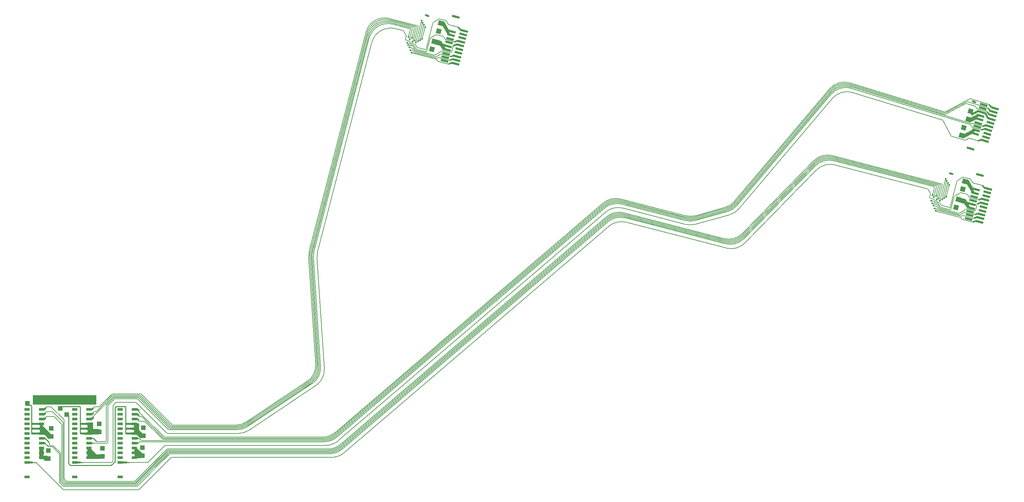
<source format=gbr>
*
G4_C Author: OrCAD GerbTool(tm) 8.1.1 Wed Jun 18 23:47:49 2003*
%LPD*%
%FSLAX34Y34*%
%MOIN*%
%AD*%
%AMD25R98*
20,1,0.025000,0.000000,-0.035000,0.000000,0.035000,98.600000*
%
%AMD10R98*
20,1,0.050000,-0.025000,0.000000,0.025000,0.000000,98.600000*
%
%AMD25R98N2*
20,1,0.025000,0.000000,-0.035000,0.000000,0.035000,98.600000*
%
%AMD10R98N2*
20,1,0.050000,-0.025000,0.000000,0.025000,0.000000,98.600000*
%
%AMD25R86*
20,1,0.025000,0.000000,-0.035000,0.000000,0.035000,86.080000*
%
%AMD10R86*
20,1,0.050000,-0.025000,0.000000,0.025000,0.000000,86.080000*
%
%AMD16R5*
20,1,0.025000,-0.035000,0.000000,0.035000,0.000000,5.450000*
%
%AMD10R5*
20,1,0.050000,-0.025000,0.000000,0.025000,0.000000,5.450000*
%
%AMD16R5N2*
20,1,0.025000,-0.035000,0.000000,0.035000,0.000000,5.450000*
%
%AMD10R5N2*
20,1,0.050000,-0.025000,0.000000,0.025000,0.000000,5.450000*
%
%AMD32R3*
20,1,0.025000,0.034920,-0.002390,-0.034920,0.002390,3.950000*
%
%AMD33R3*
20,1,0.050000,-0.001710,-0.024940,0.001710,0.024940,3.950000*
%
%AMD32R3N2*
20,1,0.025000,0.034920,-0.002390,-0.034920,0.002390,3.910000*
%
%AMD33R3N2*
20,1,0.050000,-0.001710,-0.024940,0.001710,0.024940,3.910000*
%
%AMD32R3N3*
20,1,0.025000,0.034920,-0.002390,-0.034920,0.002390,3.920000*
%
%AMD33R3N3*
20,1,0.050000,-0.001710,-0.024940,0.001710,0.024940,3.920000*
%
%AMD29R80*
20,1,0.022000,0.000000,-0.040000,0.000000,0.040000,80.000000*
%
%AMD54R80*
20,1,0.050000,-0.025000,0.000000,0.025000,0.000000,80.000000*
%
%AMD57R280*
20,1,0.022000,0.039390,-0.006950,-0.039390,0.006950,280.000000*
%
%AMD58R280*
20,1,0.050000,-0.004340,-0.024620,0.004340,0.024620,280.000000*
%
%AMD59R78*
20,1,0.022000,0.000000,-0.040000,0.000000,0.040000,78.000000*
%
%AMD60R78*
20,1,0.050000,-0.025000,0.000000,0.025000,0.000000,78.000000*
%
%AMD29R75*
20,1,0.022000,0.000000,-0.040000,0.000000,0.040000,75.000000*
%
%AMD54R75*
20,1,0.050000,-0.025000,0.000000,0.025000,0.000000,75.000000*
%
%AMD29R73*
20,1,0.022000,0.000000,-0.040000,0.000000,0.040000,73.000000*
%
%AMD54R73*
20,1,0.050000,-0.025000,0.000000,0.025000,0.000000,73.000000*
%
%AMD29R75N2*
20,1,0.022000,0.000000,-0.040000,0.000000,0.040000,75.500000*
%
%AMD54R75N2*
20,1,0.050000,-0.025000,0.000000,0.025000,0.000000,75.500000*
%
%AMD29R75N3*
20,1,0.022000,0.000000,-0.040000,0.000000,0.040000,75.500000*
%
%AMD54R75N3*
20,1,0.050000,-0.025000,0.000000,0.025000,0.000000,75.500000*
%
%AMD29R75N4*
20,1,0.022000,0.000000,-0.040000,0.000000,0.040000,75.500000*
%
%AMD54R75N4*
20,1,0.050000,-0.025000,0.000000,0.025000,0.000000,75.500000*
%
%AMD71R359*
20,1,0.022000,0.038730,-0.010020,-0.038730,0.010020,359.000000*
%
%AMD72R359*
20,1,0.050000,-0.006260,-0.024200,0.006260,0.024200,359.000000*
%
%AMD73R359*
20,1,0.022000,0.038550,-0.010690,-0.038550,0.010690,359.000000*
%
%AMD74R359*
20,1,0.050000,-0.006680,-0.024090,0.006680,0.024090,359.000000*
%
%AMD75R359*
20,1,0.022000,0.038360,-0.011360,-0.038360,0.011360,359.500000*
%
%AMD76R359*
20,1,0.050000,-0.007100,-0.023970,0.007100,0.023970,359.500000*
%
%ADD10R,0.050000X0.050000*%
%ADD11C,0.006000*%
%ADD12C,0.019000*%
%ADD13C,0.007900*%
%ADD14C,0.005000*%
%ADD15C,0.000800*%
%ADD16R,0.070000X0.025000*%
%ADD17R,0.068000X0.023000*%
%ADD18C,0.006000*%
%ADD19C,0.009800*%
%ADD20C,0.010000*%
%ADD21C,0.030000*%
%ADD22C,0.060000*%
%ADD23C,0.035000*%
%ADD24C,0.055000*%
%ADD25R,0.025000X0.070000*%
%ADD26C,0.010000*%
%ADD27R,0.029000X0.058000*%
%ADD28R,0.031000X0.060000*%
%ADD29R,0.022000X0.080000*%
%ADD30R,0.024000X0.082000*%
%ADD31D10R98N2*%
%ADD32D25R86*%
%ADD33D10R86*%
%ADD34D16R5*%
%ADD35D10R5*%
%ADD36D16R5N2*%
%ADD37D10R5N2*%
%ADD38D25R98N2*%
%ADD39D10R98N2*%
%ADD40D25R86*%
%ADD41D10R86*%
%ADD42D16R5*%
%ADD43D10R5*%
%ADD44D16R5N2*%
%ADD45D10R5N2*%
%ADD46D32R3*%
%ADD47D33R3*%
%ADD48R,0.070000X0.025000*%
%ADD49D33R3N2*%
%ADD50C,0.011000*%
%ADD51C,0.036000*%
%ADD52C,0.015000*%
%ADD53R,0.070000X0.025000*%
%ADD54R,0.050000X0.050000*%
%ADD55C,0.010000*%
%ADD56C,0.010000*%
%ADD57D29R80*%
%ADD58D54R80*%
%ADD59R,0.022000X0.080000*%
%ADD60R,0.050000X0.050000*%
%ADD61D59R78*%
%ADD62D60R78*%
%ADD63D29R75*%
%ADD64D54R75*%
%ADD65D29R73*%
%ADD66D54R73*%
%ADD67D29R75N2*%
%ADD68D54R75N2*%
%ADD69D29R75N3*%
%ADD70D54R75N3*%
%ADD71D29R75N4*%
%ADD72D54R75N4*%
%ADD73D71R359*%
%ADD74D72R359*%
%ADD75D73R359*%
%ADD76D74R359*%
%ADD77D75R359*%
%ADD78D76R359*%
%ADD256R,0.058000X0.029000*%
G4_C OrCAD GerbTool Tool List *
G4_D50 1 0.0110 T 0 0*
G4_D51 3 0.0360 T 0 0*
G4_D52 2 0.0150 T 0 0*
G54D20*
G1X11823Y5860D2*
G1X12072Y5859D1*
G1X11822Y5360D2*
G1X12072Y5360D1*
G1X11597Y5360D2*
G54D11*
G1X12210Y5360D1*
G75*
G3X12280Y5388I0J100D1*
G74*
G1X12928Y7589D2*
G75*
G3X12857Y7619I-71J-71D1*
G74*
G1X15352Y4334D2*
G1X13885Y2867D1*
G1X13249Y3389D2*
G75*
G2X13180Y3360I-71J71D1*
G74*
G1X12060Y5860D2*
G1X11597Y5860D1*
G1X12491Y5949D2*
G54D12*
G1X11883Y6557D1*
G1X12489Y6163D2*
G1X11881Y6770D1*
G1X12602Y6243D2*
G1X11994Y6851D1*
G1X11883Y6416D2*
G1X11883Y7276D1*
G1X12073Y6469D2*
G1X12072Y7329D1*
G1X12230Y6469D2*
G1X12230Y7329D1*
G1X11360Y6861D2*
G1X12220Y6861D1*
G1X12806Y6084D2*
G1X12198Y6693D1*
G1X12517Y4285D2*
G1X11909Y4893D1*
G1X12553Y4094D2*
G1X11945Y4702D1*
G1X11945Y3888D2*
G1X11944Y4748D1*
G1X12448Y4011D2*
G1X12098Y4011D1*
G1X12417Y4137D2*
G1X12067Y4137D1*
G1X12405Y4324D2*
G1X12055Y4324D1*
G1X12387Y4407D2*
G1X12037Y4408D1*
G1X6221Y3360D2*
G1X5671Y3360D1*
G1X6518Y3359D2*
G54D20*
G1X6121Y3359D1*
G1X1586Y10056D2*
G54D10*
G1X7660Y10056D1*
G1X7660Y9599D2*
G1X1586Y9599D1*
G1X5244Y3061D2*
G75*
G54D19*
G2X5174Y3090I0J100D1*
G74*
G1X5055Y3209D1*
G75*
G2X5025Y3280I71J71D1*
G74*
G54D54*
G1X4169Y8963D3*
G1X5025Y3280D2*
G54D19*
G1X5025Y8261D1*
G54D54*
G1X4826Y8314D3*
G1X11320Y3361D2*
G54D20*
G1X10923Y3361D1*
G1X11022Y3361D2*
G54D12*
G1X10473Y3361D1*
G1X9533Y3390D2*
G75*
G54D11*
G2X9462Y3361I-71J71D1*
G74*
G1X9591Y3448D2*
G75*
G3X9620Y3518I-71J71D1*
G74*
G1X9620Y9219D1*
G75*
G2X9649Y9290I100J0D1*
G74*
G1X10019Y9169D2*
G75*
G54D19*
G3X9948Y9140I0J-100D1*
G74*
G1X9873Y9064D1*
G1X9844Y8993D2*
G75*
G2X9873Y9064I100J0D1*
G74*
G1X9844Y3501D2*
G1X9844Y8993D1*
G1X9814Y3431D2*
G75*
G3X9844Y3501I-71J71D1*
G74*
G1X9475Y3091D2*
G75*
G2X9404Y3062I-71J71D1*
G74*
G1X7087Y8755D2*
G54D11*
G1X7217Y8860D1*
G1X7088Y8967D1*
G1X7092Y8861D2*
G1X7217Y8860D1*
G1X7086Y8255D2*
G1X7216Y8361D1*
G1X7087Y8467D1*
G1X7091Y8361D2*
G1X7216Y8361D1*
G1X7089Y8966D2*
G1X7213Y8965D1*
G1X7089Y8949D2*
G1X7089Y8794D1*
G1X7220Y8860D2*
G1X7091Y8966D1*
G1X7095Y8860D2*
G1X7220Y8860D1*
G1X7221Y8860D2*
G1X7091Y8753D1*
G1X7073Y8466D2*
G1X7198Y8466D1*
G1X7094Y8361D2*
G1X7219Y8361D1*
G1X7089Y8450D2*
G1X7089Y8296D1*
G1X7089Y8255D2*
G1X7219Y8361D1*
G1X7217Y8361D2*
G1X7088Y8467D1*
G1X7097Y8860D2*
G1X7221Y8860D1*
G1X7089Y7756D2*
G1X7219Y7862D1*
G1X7049Y7967D2*
G1X7174Y7967D1*
G1X7094Y7862D2*
G1X7219Y7862D1*
G1X7089Y7967D1*
G1X7219Y7862D2*
G1X7094Y7862D1*
G1X7021Y5860D2*
G54D20*
G1X7271Y5860D1*
G1X6592Y6861D2*
G54D12*
G1X7452Y6861D1*
G1X7211Y6329D2*
G1X6687Y6329D1*
G1X7102Y6386D2*
G1X7103Y6845D1*
G1X7727Y3963D2*
G1X7053Y3963D1*
G1X7162Y3858D2*
G1X7163Y4317D1*
G1X7270Y6365D2*
G1X7271Y6824D1*
G1X7098Y6941D2*
G1X7099Y7400D1*
G1X7288Y6944D2*
G1X7288Y7403D1*
G1X7099Y7451D2*
G54D20*
G1X7349Y7451D1*
G1X7451Y6945D2*
G54D12*
G1X7450Y7404D1*
G1X7216Y7447D2*
G54D20*
G1X7466Y7447D1*
G1X8449Y3902D2*
G54D12*
G1X7773Y3902D1*
G1X8382Y4089D2*
G1X7707Y4089D1*
G1X7050Y3850D2*
G1X7050Y4309D1*
G1X7846Y4102D2*
G1X7056Y4892D1*
G1X7856Y3868D2*
G1X7066Y4659D1*
G1X7738Y3831D2*
G1X7064Y3831D1*
G1X8346Y3831D2*
G1X7670Y3831D1*
G1X7767Y4087D2*
G1X7091Y4087D1*
G1X7316Y4015D2*
G1X7315Y4474D1*
G1X7146Y4238D2*
G1X7147Y4697D1*
G1X7051Y4303D2*
G1X7051Y4762D1*
G1X6841Y6359D2*
G1X6291Y6359D1*
G1X6838Y6859D2*
G1X6288Y6859D1*
G1X6838Y7361D2*
G1X6288Y7361D1*
G1X1272Y3361D2*
G1X722Y3361D1*
G54D54*
G1X775Y9494D3*
G1X580Y9296D2*
G54D19*
G1X1091Y9296D1*
G75*
G2X1191Y9196I0J-100D1*
G74*
G1X1191Y6359D1*
G1X2072Y5861D2*
G54D20*
G1X2323Y5861D1*
G1X2072Y5361D2*
G1X2322Y5361D1*
G1X1992Y7372D2*
G54D12*
G1X3076Y6287D1*
G1X2153Y6386D2*
G1X2153Y6845D1*
G1X2160Y6734D2*
G1X2159Y7193D1*
G1X2766Y3779D2*
G1X2090Y3780D1*
G1X2778Y3964D2*
G1X2103Y3964D1*
G1X14970Y5981D2*
G75*
G54D11*
G2X14900Y6010I0J100D1*
G74*
G1X14828Y5890D2*
G75*
G3X14898Y5861I71J71D1*
G74*
G1X14817Y5741D2*
G75*
G2X14747Y5770I0J100D1*
G74*
G1X14952Y5092D2*
G1X13249Y3389D1*
G1X15022Y5121D2*
G75*
G3X14952Y5092I0J-100D1*
G74*
G1X15193Y4712D2*
G1X13846Y3366D1*
G1X15263Y4741D2*
G75*
G3X15193Y4712I0J-100D1*
G74*
G1X15251Y4592D2*
G75*
G2X15321Y4621I71J-71D1*
G74*
G1X15378Y4501D2*
G75*
G3X15308Y4472I0J-100D1*
G74*
G1X15370Y4352D2*
G75*
G2X15440Y4381I71J-71D1*
G74*
G1X15445Y4232D2*
G1X14036Y2821D1*
G1X15516Y4261D2*
G75*
G3X15445Y4232I0J-100D1*
G74*
G1X15641Y3852D2*
G75*
G2X15711Y3881I71J-71D1*
G74*
G1X12145Y931D2*
G1X15355Y4144D1*
G1X12075Y902D2*
G75*
G3X12145Y931I0J100D1*
G74*
G1X15370Y4352D2*
G1X12071Y1051D1*
G75*
G2X12001Y1022I-71J71D1*
G74*
G1X12008Y1171D2*
G1X15308Y4472D1*
G1X11938Y1142D2*
G75*
G3X12008Y1171I0J100D1*
G74*
G1X15251Y4592D2*
G1X11951Y1291D1*
G75*
G2X11881Y1262I-71J71D1*
G74*
G1X11893Y1411D2*
G1X15024Y4543D1*
G1X11823Y1382D2*
G75*
G3X11893Y1411I0J100D1*
G74*
G1X9906Y9547D2*
G1X9649Y9290D1*
G1X9976Y9576D2*
G75*
G3X9906Y9547I0J-100D1*
G74*
G1X9754Y9929D2*
G75*
G2X9824Y9958I71J-71D1*
G74*
G1X9682Y10049D2*
G75*
G2X9752Y10078I71J-71D1*
G74*
G1X9618Y10169D2*
G75*
G2X9688Y10198I71J-71D1*
G74*
G1X9561Y10289D2*
G75*
G2X9631Y10318I71J-71D1*
G74*
G1X9504Y10409D2*
G75*
G2X9574Y10438I71J-71D1*
G74*
G1X9504Y10409D2*
G1X8244Y9149D1*
G1X6211Y3360D2*
G1X9462Y3360D1*
G1X9532Y3389D2*
G1X9591Y3448D1*
G1X9462Y3360D2*
G75*
G3X9532Y3389I0J100D1*
G74*
G1X9814Y3431D2*
G54D19*
G1X9474Y3090D1*
G1X9404Y3061D2*
G1X5244Y3061D1*
G1X9474Y3090D2*
G75*
G2X9404Y3061I-71J71D1*
G74*
G1X11823Y1382D2*
G54D11*
G1X4874Y1382D1*
G75*
G2X4804Y1411I0J100D1*
G74*
G1X4775Y1262D2*
G1X11881Y1262D1*
G1X4704Y1291D2*
G75*
G3X4775Y1262I71J71D1*
G74*
G1X11938Y1142D2*
G1X4678Y1142D1*
G75*
G2X4608Y1171I0J100D1*
G74*
G1X4602Y1022D2*
G1X12001Y1022D1*
G1X4532Y1051D2*
G75*
G3X4602Y1022I71J71D1*
G74*
G1X12075Y902D2*
G1X4503Y902D1*
G75*
G2X4433Y931I0J100D1*
G74*
G1X4119Y1245D1*
G75*
G2X4090Y1315I71J71D1*
G74*
G1X4532Y1051D2*
G1X4239Y1344D1*
G75*
G2X4210Y1414I71J71D1*
G74*
G1X4608Y1171D2*
G1X4359Y1420D1*
G75*
G2X4330Y1490I71J71D1*
G74*
G1X4704Y1291D2*
G1X4479Y1518D1*
G75*
G2X4450Y1588I71J71D1*
G74*
G1X4804Y1411D2*
G1X4604Y1611D1*
G75*
G2X4575Y1681I71J71D1*
G74*
G1X4090Y4219D2*
G1X4090Y1315D1*
G1X4061Y4289D2*
G75*
G2X4090Y4219I-71J-71D1*
G74*
G1X4210Y1414D2*
G1X4210Y4269D1*
G75*
G3X4181Y4339I-100J0D1*
G74*
G1X3452Y5069D1*
G1X3381Y5098D2*
G75*
G2X3452Y5069I0J-100D1*
G74*
G1X4330Y1490D2*
G1X4330Y7265D1*
G75*
G3X4301Y7335I-100J0D1*
G74*
G1X4450Y7486D2*
G1X4450Y1588D1*
G1X4421Y7556D2*
G75*
G2X4450Y7486I-71J-71D1*
G74*
G1X4575Y1681D2*
G1X4575Y7718D1*
G75*
G3X4546Y7788I-100J0D1*
G74*
G1X4301Y7335D2*
G1X3549Y8087D1*
G75*
G3X3479Y8116I-71J-71D1*
G74*
G1X3388Y8587D2*
G1X4421Y7556D1*
G1X3318Y8616D2*
G75*
G2X3388Y8587I0J-100D1*
G74*
G1X4546Y7788D2*
G1X3242Y9092D1*
G75*
G3X3172Y9121I-71J-71D1*
G74*
G1X1172Y3360D2*
G54D20*
G1X1669Y3360D1*
G1X11639Y6359D2*
G54D12*
G1X10989Y6359D1*
G1X11637Y6860D2*
G1X10988Y6860D1*
G1X11639Y7359D2*
G1X10990Y7359D1*
G1X13180Y3360D2*
G54D11*
G1X11319Y3360D1*
G1X6242Y6359D2*
G54D19*
G1X6242Y9063D1*
G1X6142Y9163D2*
G1X4141Y9163D1*
G1X6242Y9063D2*
G75*
G3X6142Y9163I-100J0D1*
G74*
G1X4469Y551D2*
G54D11*
G1X1689Y3332D1*
G1X4539Y522D2*
G75*
G2X4469Y551I0J100D1*
G74*
G1X4539Y522D2*
G1X12270Y522D1*
G1X12340Y551D2*
G1X15641Y3852D1*
G1X12270Y522D2*
G75*
G3X12340Y551I0J100D1*
G74*
G1X12280Y5388D2*
G1X12362Y5471D1*
G75*
G2X12433Y5501I71J-70D1*
G74*
G54D256*
G1X11831Y3858D3*
G1X11832Y4359D3*
G1X11830Y4859D3*
G1X11830Y5359D3*
G1X11831Y5858D3*
G1X11831Y6358D3*
G1X11831Y6858D3*
G1X11830Y7359D3*
G1X11830Y7859D3*
G1X11830Y8360D3*
G1X11831Y8860D3*
G1X10362Y8861D3*
G1X10361Y8361D3*
G1X10360Y7860D3*
G1X10360Y7361D3*
G1X10360Y6861D3*
G1X10360Y6360D3*
G1X10361Y5860D3*
G1X10361Y5361D3*
G1X10360Y4860D3*
G1X10361Y4361D3*
G1X10360Y3861D3*
G1X10361Y3361D3*
G1X10359Y1861D3*
G1X12174Y7755D2*
G54D11*
G1X12300Y7756D1*
G1X12114Y7966D2*
G1X12244Y7859D1*
G1X12167Y7816D2*
G1X12293Y7816D1*
G1X12074Y7755D2*
G1X12199Y7755D1*
G1X12170Y7783D2*
G1X12296Y7783D1*
G1X12169Y7814D2*
G1X12299Y7708D1*
G1X12171Y7806D2*
G1X12172Y7914D1*
G1X12119Y7860D2*
G1X12244Y7859D1*
G1X12210Y7860D2*
G75*
G2X12310Y7760I0J-100D1*
G74*
G1X12310Y7705D1*
G1X12244Y7859D2*
G1X12114Y7754D1*
G1X12244Y7859D2*
G1X12120Y7860D1*
G1X12310Y7719D2*
G1X12310Y7663D1*
G1X12333Y7641D2*
G1X12134Y7802D1*
G1X12395Y7619D2*
G75*
G2X12333Y7641I0J101D1*
G74*
G1X12113Y8467D2*
G1X12242Y8360D1*
G1X12112Y8254D1*
G1X12132Y8284D2*
G1X12133Y8438D1*
G1X12170Y8306D2*
G1X12169Y8415D1*
G1X12117Y8361D2*
G1X12242Y8360D1*
G1X12099Y8255D2*
G1X12224Y8256D1*
G1X12173Y8307D2*
G1X12172Y8415D1*
G1X12120Y8361D2*
G1X12245Y8361D1*
G1X12164Y8281D2*
G1X12290Y8281D1*
G1X12116Y8467D2*
G1X12245Y8361D1*
G1X12311Y8261D2*
G1X12311Y8206D1*
G1X12170Y8306D2*
G1X12299Y8201D1*
G1X12135Y8284D2*
G1X12136Y8437D1*
G1X12211Y8360D2*
G75*
G2X12311Y8261I0J-100D1*
G74*
G1X12160Y8316D2*
G1X12285Y8316D1*
G1X12243Y8361D2*
G1X12113Y8254D1*
G1X12312Y8217D2*
G1X12312Y8162D1*
G1X12178Y8334D2*
G1X12308Y8228D1*
G1X12152Y8289D2*
G1X12342Y8135D1*
G75*
G3X12406Y8112I63J79D1*
G74*
G1X12113Y8966D2*
G1X12243Y8860D1*
G1X12113Y8754D1*
G1X12171Y8806D2*
G1X12170Y8914D1*
G1X12119Y8860D2*
G1X12243Y8860D1*
G1X12114Y8755D2*
G1X12239Y8755D1*
G1X12175Y8807D2*
G1X12174Y8915D1*
G1X12153Y8814D2*
G1X12278Y8815D1*
G1X12157Y8776D2*
G1X12281Y8776D1*
G1X12310Y8704D2*
G1X12180Y8810D1*
G1X12212Y8861D2*
G75*
G2X12312Y8761I0J-100D1*
G74*
G1X12185Y8802D2*
G1X12313Y8673D1*
G1X12246Y8861D2*
G1X12116Y8755D1*
G1X12122Y8860D2*
G1X12246Y8861D1*
G1X12247Y8861D2*
G1X12117Y8966D1*
G1X12303Y8745D2*
G1X12173Y8851D1*
G1X12314Y8708D2*
G1X12313Y8653D1*
G1X12288Y8770D2*
G1X12159Y8876D1*
G1X12123Y8860D2*
G1X12247Y8861D1*
G1X14900Y6010D2*
G1X12341Y8568D1*
G1X12312Y8639D2*
G1X12312Y8761D1*
G1X12341Y8568D2*
G75*
G2X12312Y8639I71J71D1*
G74*
G1X12130Y8787D2*
G1X12130Y8910D1*
G1X12314Y8647D2*
G1X12135Y8792D1*
G1X14828Y5890D2*
G1X12636Y8083D1*
G1X12566Y8112D2*
G1X12406Y8112D1*
G1X12636Y8083D2*
G75*
G3X12566Y8112I-71J-71D1*
G74*
G1X14747Y5770D2*
G1X12927Y7590D1*
G1X12857Y7619D2*
G1X12395Y7619D1*
G1X12927Y7590D2*
G75*
G3X12857Y7619I-71J-71D1*
G74*
G1X12027Y7903D2*
G1X12153Y7903D1*
G1X12154Y5361D2*
G54D12*
G1X11804Y5361D1*
G1X12179Y5852D2*
G1X11829Y5852D1*
G1X10941Y6360D2*
G54D19*
G1X10941Y9069D1*
G1X10841Y9169D2*
G1X10019Y9169D1*
G1X10941Y9069D2*
G75*
G3X10841Y9169I-100J0D1*
G74*
G1X12282Y5848D2*
G54D11*
G1X12157Y5848D1*
G1X12352Y5819D2*
G75*
G3X12282Y5848I-70J-71D1*
G74*
G1X12524Y5650D2*
G1X12352Y5819D1*
G1X12594Y5621D2*
G75*
G2X12524Y5650I0J100D1*
G74*
G1X11677Y3886D2*
G54D12*
G1X12437Y3886D1*
G1X11586Y6332D2*
G1X12356Y6332D1*
G1X12229Y7330D2*
G1X11713Y7330D1*
G54D54*
G1X12669Y4040D3*
G1X12668Y4880D3*
G1X12746Y6104D3*
G1X12745Y6944D3*
G54D256*
G1X7142Y3859D3*
G1X7143Y4360D3*
G1X7141Y4860D3*
G1X7141Y5360D3*
G1X7142Y5859D3*
G1X7142Y6359D3*
G1X7142Y6859D3*
G1X7141Y7360D3*
G1X5673Y8861D3*
G1X5672Y8361D3*
G1X5671Y7860D3*
G1X5671Y7361D3*
G1X5671Y6861D3*
G1X5671Y6360D3*
G1X5672Y5860D3*
G1X5672Y5361D3*
G1X5671Y4860D3*
G1X5672Y4361D3*
G1X5671Y3861D3*
G1X5672Y3361D3*
G1X5670Y1861D3*
G1X7427Y8938D2*
G54D11*
G1X7426Y8784D1*
G1X7463Y8914D2*
G1X7464Y8807D1*
G1X7425Y8438D2*
G1X7425Y8283D1*
G1X7462Y8415D2*
G1X7462Y8307D1*
G1X7639Y9097D2*
G1X7461Y8951D1*
G1X7702Y9120D2*
G75*
G3X7639Y9097I0J-101D1*
G74*
G1X7467Y8914D2*
G1X7468Y8806D1*
G1X7446Y8906D2*
G1X7571Y8906D1*
G1X7449Y8945D2*
G1X7574Y8945D1*
G1X7604Y9017D2*
G1X7474Y8911D1*
G1X7606Y8960D2*
G1X7605Y9019D1*
G1X7505Y8860D2*
G75*
G3X7606Y8960I0J100D1*
G74*
G1X7478Y8918D2*
G1X7607Y9048D1*
G1X7431Y8937D2*
G1X7430Y8783D1*
G1X7596Y8976D2*
G1X7466Y8870D1*
G1X7606Y9012D2*
G1X7606Y9068D1*
G1X7581Y8951D2*
G1X7451Y8844D1*
G1X7466Y8414D2*
G1X7465Y8307D1*
G1X7458Y8441D2*
G1X7582Y8440D1*
G1X7605Y8461D2*
G1X7604Y8516D1*
G1X7462Y8415D2*
G1X7593Y8520D1*
G1X7428Y8438D2*
G1X7428Y8284D1*
G1X7504Y8361D2*
G75*
G3X7605Y8461I0J100D1*
G74*
G1X7453Y8406D2*
G1X7578Y8406D1*
G1X7606Y8505D2*
G1X7605Y8559D1*
G1X7471Y8388D2*
G1X7601Y8494D1*
G1X7468Y7966D2*
G1X7593Y7966D1*
G1X7428Y7939D2*
G1X7429Y7784D1*
G1X7461Y7906D2*
G1X7587Y7906D1*
G1X7464Y7939D2*
G1X7589Y7939D1*
G1X7463Y7908D2*
G1X7593Y8014D1*
G1X7466Y7916D2*
G1X7465Y7808D1*
G1X7504Y7862D2*
G75*
G3X7605Y7962I0J100D1*
G74*
G1X7604Y8017D1*
G1X7445Y8433D2*
G1X7635Y8586D1*
G75*
G2X7699Y8610I64J-78D1*
G74*
G54D256*
G1X7141Y8360D3*
G1X7141Y8860D3*
G1X7141Y7859D3*
G1X7702Y9120D2*
G54D11*
G1X8172Y9120D1*
G1X8243Y9149D2*
G1X9424Y10329D1*
G1X8172Y9120D2*
G75*
G3X8243Y9149I0J100D1*
G74*
G1X9561Y10289D2*
G1X7912Y8639D1*
G1X7841Y8610D2*
G1X7699Y8610D1*
G1X7912Y8639D2*
G75*
G2X7841Y8610I-71J71D1*
G74*
G1X7604Y8003D2*
G1X7604Y8113D1*
G1X7633Y8183D2*
G1X9618Y10169D1*
G1X7604Y8113D2*
G75*
G2X7633Y8183I100J0D1*
G74*
G1X7595Y8105D2*
G1X7397Y7944D1*
G1X7582Y8049D2*
G1X7384Y7888D1*
G1X7436Y7777D2*
G1X7566Y7883D1*
G1X7404Y7749D2*
G1X7534Y7855D1*
G1X7441Y8280D2*
G1X7571Y8386D1*
G1X7401Y8247D2*
G1X7531Y8353D1*
G1X7436Y8775D2*
G1X7566Y8881D1*
G1X7407Y8750D2*
G1X7537Y8856D1*
G1X7591Y5360D2*
G54D20*
G1X7021Y5360D1*
G1X7121Y5360D2*
G54D12*
G1X7441Y5360D1*
G1X7451Y6843D2*
G1X7451Y7302D1*
G1X7451Y6801D2*
G1X7451Y6311D1*
G1X7591Y5859D2*
G54D20*
G1X7070Y5859D1*
G1X7146Y5859D2*
G54D12*
G1X7441Y5859D1*
G1X7897Y5554D2*
G54D20*
G1X7593Y5859D1*
G1X7968Y5525D2*
G75*
G54D11*
G2X7897Y5554I0J100D1*
G74*
G1X8838Y5525D2*
G1X7968Y5525D1*
G1X8938Y5625D2*
G75*
G2X8838Y5525I-100J0D1*
G74*
G1X7498Y5359D2*
G1X8988Y5359D1*
G75*
G3X9088Y5459I0J100D1*
G74*
G1X9088Y9222D1*
G1X9117Y9293D2*
G1X9754Y9929D1*
G1X9088Y9222D2*
G75*
G2X9117Y9293I100J0D1*
G74*
G1X8938Y5625D2*
G1X8938Y9264D1*
G1X8967Y9335D2*
G1X9682Y10049D1*
G1X8938Y9264D2*
G75*
G2X8967Y9335I100J0D1*
G74*
G54D54*
G1X8538Y3986D3*
G1X8537Y4826D3*
G1X8116Y6369D2*
G54D12*
G1X7546Y6369D1*
G1X8131Y6552D2*
G1X7561Y6552D1*
G1X8138Y6732D2*
G1X7568Y6732D1*
G54D54*
G1X8207Y6528D3*
G1X8206Y7368D3*
G54D256*
G1X2213Y3857D3*
G1X2214Y4358D3*
G1X2212Y4858D3*
G1X2212Y5358D3*
G1X2213Y5857D3*
G1X2213Y6357D3*
G1X2213Y6857D3*
G1X2212Y7358D3*
G1X743Y8860D3*
G1X742Y8360D3*
G1X741Y7859D3*
G1X741Y7360D3*
G1X741Y6860D3*
G1X741Y6359D3*
G1X742Y5859D3*
G1X742Y5360D3*
G1X741Y4859D3*
G1X742Y4360D3*
G1X741Y3860D3*
G1X742Y3360D3*
G1X741Y1859D3*
G1X2478Y8756D2*
G54D11*
G1X2608Y8862D1*
G1X2479Y8968D1*
G1X2498Y8939D2*
G1X2498Y8785D1*
G1X2536Y8915D2*
G1X2535Y8808D1*
G1X2483Y8862D2*
G1X2608Y8862D1*
G1X2477Y8256D2*
G1X2608Y8362D1*
G1X2477Y8467D1*
G1X2497Y8439D2*
G1X2498Y8284D1*
G1X2535Y8416D2*
G1X2534Y8308D1*
G1X2482Y8362D2*
G1X2608Y8362D1*
G1X2479Y8967D2*
G1X2604Y8967D1*
G1X2480Y8950D2*
G1X2481Y8795D1*
G1X2540Y8915D2*
G1X2539Y8806D1*
G1X2518Y8907D2*
G1X2643Y8907D1*
G1X2521Y8946D2*
G1X2647Y8946D1*
G1X2675Y9018D2*
G1X2546Y8912D1*
G1X2678Y8961D2*
G1X2678Y9020D1*
G1X2577Y8861D2*
G75*
G3X2678Y8961I0J100D1*
G74*
G1X2550Y8919D2*
G1X2679Y9049D1*
G1X2611Y8861D2*
G1X2481Y8967D1*
G1X2486Y8861D2*
G1X2611Y8861D1*
G1X2612Y8861D2*
G1X2482Y8754D1*
G1X2502Y8938D2*
G1X2502Y8784D1*
G1X2669Y8977D2*
G1X2539Y8871D1*
G1X2678Y9013D2*
G1X2678Y9069D1*
G1X2653Y8952D2*
G1X2523Y8845D1*
G1X2464Y8467D2*
G1X2589Y8467D1*
G1X2538Y8415D2*
G1X2537Y8308D1*
G1X2485Y8362D2*
G1X2610Y8362D1*
G1X2529Y8442D2*
G1X2654Y8441D1*
G1X2480Y8451D2*
G1X2481Y8297D1*
G1X2480Y8256D2*
G1X2610Y8362D1*
G1X2676Y8462D2*
G1X2676Y8517D1*
G1X2535Y8416D2*
G1X2665Y8521D1*
G1X2500Y8439D2*
G1X2501Y8285D1*
G1X2576Y8362D2*
G75*
G3X2676Y8462I0J100D1*
G74*
G1X2525Y8407D2*
G1X2651Y8407D1*
G1X2609Y8362D2*
G1X2478Y8467D1*
G1X2677Y8506D2*
G1X2677Y8561D1*
G1X2544Y8389D2*
G1X2674Y8495D1*
G1X2517Y8434D2*
G1X2647Y8540D1*
G1X2487Y8861D2*
G1X2612Y8861D1*
G1X2540Y7967D2*
G1X2666Y7967D1*
G1X2481Y7757D2*
G1X2611Y7863D1*
G1X2500Y7940D2*
G1X2501Y7785D1*
G1X2533Y7907D2*
G1X2659Y7907D1*
G1X2440Y7968D2*
G1X2565Y7968D1*
G1X2536Y7940D2*
G1X2662Y7940D1*
G1X2535Y7909D2*
G1X2665Y8015D1*
G1X2538Y7917D2*
G1X2537Y7809D1*
G1X2485Y7863D2*
G1X2611Y7863D1*
G1X2577Y7863D2*
G75*
G3X2676Y7963I0J100D1*
G74*
G1X2676Y8018D1*
G1X2611Y7863D2*
G1X2480Y7968D1*
G1X2611Y7863D2*
G1X2485Y7863D1*
G1X2675Y8004D2*
G1X2675Y8059D1*
G54D256*
G1X2212Y7858D3*
G1X2212Y8359D3*
G1X2212Y8859D3*
G1X2500Y7921D2*
G54D11*
G1X2711Y8094D1*
G1X2775Y8116D2*
G1X3479Y8116D1*
G1X2711Y8094D2*
G75*
G2X2775Y8116I63J-78D1*
G74*
G1X2576Y8481D2*
G1X2716Y8594D1*
G1X2779Y8616D2*
G1X3318Y8616D1*
G1X2716Y8594D2*
G75*
G2X2779Y8616I63J-78D1*
G74*
G1X2532Y8952D2*
G1X2711Y9099D1*
G1X2775Y9121D2*
G1X3172Y9121D1*
G1X2711Y9099D2*
G75*
G2X2775Y9121I63J-78D1*
G74*
G1X2041Y6860D2*
G54D12*
G1X1237Y6860D1*
G1X2041Y6359D2*
G1X1237Y6359D1*
G1X2041Y7360D2*
G1X1237Y7360D1*
G1X2792Y6307D2*
G1X2117Y6307D1*
G1X2833Y6492D2*
G1X2158Y6492D1*
G1X4061Y4289D2*
G54D11*
G1X3404Y4946D1*
G75*
G3X3334Y4975I-71J-71D1*
G74*
G1X2172Y5361D2*
G54D12*
G1X2552Y5361D1*
G1X2552Y5861D2*
G1X2172Y5861D1*
G1X2579Y5861D2*
G54D19*
G1X3003Y5437D1*
G1X3334Y4975D2*
G54D11*
G1X2998Y4975D1*
G1X2928Y5004D2*
G54D19*
G1X2572Y5360D1*
G1X2998Y4975D2*
G75*
G54D11*
G2X2928Y5004I0J100D1*
G74*
G1X3381Y5098D2*
G1X3117Y5098D1*
G1X3017Y5198D2*
G1X3017Y5435D1*
G1X3117Y5098D2*
G75*
G2X3017Y5198I0J100D1*
G74*
G54D54*
G1X2925Y3751D3*
G1X2924Y4591D3*
G1X3244Y6055D3*
G1X3243Y6895D3*
G1X2988Y6307D2*
G54D12*
G1X2313Y6307D1*
G1X2712Y6638D2*
G1X2162Y6638D1*
G1X2516Y6377D2*
G1X2994Y5900D1*
G1X2583Y6523D2*
G1X3060Y6046D1*
G1X2102Y3822D2*
G1X2102Y4821D1*
G1X2212Y3859D2*
G1X2212Y4821D1*
G1X2329Y3782D2*
G1X2329Y4821D1*
G1X2198Y4073D2*
G1X2675Y3596D1*
G1X15830Y7221D2*
G75*
G54D11*
G2X15689Y7280I0J200D1*
G74*
G1X15732Y7101D2*
G75*
G2X15591Y7160I0J200D1*
G74*
G1X15496Y7040D2*
G75*
G3X15637Y6981I142J142D1*
G74*
G1X15561Y6861D2*
G75*
G2X15420Y6920I0J200D1*
G74*
G1X15321Y6800D2*
G75*
G3X15462Y6741I142J142D1*
G74*
G1X15297Y6361D2*
G75*
G2X15156Y6420I0J200D1*
G74*
G1X9574Y10438D2*
G1X12456Y10438D1*
G1X12598Y10379D2*
G1X15689Y7280D1*
G1X12456Y10438D2*
G75*
G2X12598Y10379I0J-200D1*
G74*
G1X15591Y7160D2*
G1X12499Y10259D1*
G1X12357Y10318D2*
G1X9631Y10318D1*
G1X12499Y10259D2*
G75*
G3X12357Y10318I-142J-141D1*
G74*
G1X9688Y10198D2*
G1X12255Y10198D1*
G1X12397Y10139D2*
G1X15496Y7040D1*
G1X12255Y10198D2*
G75*
G2X12397Y10139I0J-200D1*
G74*
G1X15420Y6920D2*
G1X12321Y10019D1*
G1X12179Y10078D2*
G1X9752Y10078D1*
G1X12321Y10019D2*
G75*
G3X12179Y10078I-142J-142D1*
G74*
G1X15321Y6800D2*
G1X12222Y9899D1*
G1X12080Y9958D2*
G1X9824Y9958D1*
G1X12222Y9899D2*
G75*
G3X12080Y9958I-142J-142D1*
G74*
G1X9976Y9576D2*
G1X11919Y9576D1*
G1X12060Y9517D2*
G1X15156Y6420D1*
G1X11919Y9576D2*
G75*
G2X12060Y9517I0J-200D1*
G74*
G1X73920Y30413D2*
G75*
G2X72931Y29777I-1532J1294D1*
G74*
G1X69915Y28935D1*
G75*
G2X68876Y28925I-539J1929D1*
G74*
G1X68877Y28801D2*
G75*
G3X69916Y28811I499J1931D1*
G74*
G1X72999Y29672D1*
G75*
G3X73988Y30307I-544J1947D1*
G74*
G1X74056Y30202D2*
G75*
G2X73067Y29566I-1532J1294D1*
G74*
G1X69917Y28687D1*
G75*
G2X68879Y28677I-539J1929D1*
G74*
G1X68879Y28553D2*
G75*
G3X69918Y28563I499J1930D1*
G74*
G1X73134Y29460D1*
G75*
G3X74124Y30096I-544J1947D1*
G74*
G1X74191Y29990D2*
G75*
G2X73202Y29355I-1532J1294D1*
G74*
G1X69919Y28438D1*
G75*
G2X68881Y28428I-539J1929D1*
G74*
G1X68880Y28034D2*
G75*
G3X69919Y28044I499J1930D1*
G74*
G1X73417Y29020D1*
G75*
G3X74407Y29656I-544J1947D1*
G74*
G1X74772Y27092D2*
G75*
G2X72843Y26555I-1430J1402D1*
G74*
G1X72880Y26421D2*
G75*
G3X74810Y26958I502J1944D1*
G74*
G1X74847Y26825D2*
G75*
G2X72917Y26288I-1430J1400D1*
G74*
G1X72954Y26154D2*
G75*
G3X74884Y26691I502J1944D1*
G74*
G1X74921Y26557D2*
G75*
G2X72991Y26020I-1430J1402D1*
G74*
G1X73083Y25571D2*
G75*
G3X75013Y26108I502J1945D1*
G74*
G1X68876Y28925D2*
G1X62165Y30661D1*
G75*
G3X60362Y30243I-501J-1939D1*
G74*
G1X62195Y30529D2*
G1X68877Y28801D1*
G1X60392Y30112D2*
G75*
G2X62195Y30529I1303J-1519D1*
G74*
G1X68879Y28677D2*
G1X62225Y30397D1*
G75*
G3X60423Y29980I-501J-1939D1*
G74*
G1X62257Y30265D2*
G1X68879Y28553D1*
G1X60455Y29848D2*
G75*
G2X62257Y30265I1303J-1519D1*
G74*
G1X68881Y28428D2*
G1X62287Y30134D1*
G75*
G3X60485Y29716I-501J-1939D1*
G74*
G1X62384Y29714D2*
G1X68880Y28034D1*
G1X60582Y29296D2*
G75*
G2X62384Y29714I1303J-1519D1*
G74*
G1X72843Y26555D2*
G1X62496Y29231D1*
G75*
G3X60694Y28813I-501J-1939D1*
G74*
G1X62526Y29099D2*
G1X72880Y26421D1*
G1X60724Y28681D2*
G75*
G2X62526Y29099I1303J-1519D1*
G74*
G1X72917Y26288D2*
G1X62557Y28967D1*
G75*
G3X60755Y28549I-501J-1939D1*
G74*
G1X62587Y28835D2*
G1X72954Y26154D1*
G1X60785Y28417D2*
G75*
G2X62587Y28835I1303J-1519D1*
G74*
G1X72991Y26020D2*
G1X62618Y28703D1*
G75*
G3X60816Y28285I-501J-1939D1*
G74*
G1X62723Y28250D2*
G1X73083Y25571D1*
G1X60921Y27833D2*
G75*
G2X62723Y28250I1303J-1519D1*
G74*
G1X15711Y3881D2*
G1X32237Y3881D1*
G1X33538Y4363D2*
G1X60921Y27833D1*
G1X32237Y3881D2*
G75*
G3X33538Y4363I0J2003D1*
G74*
G1X60816Y28285D2*
G1X33349Y4743D1*
G1X32047Y4261D2*
G1X15516Y4261D1*
G1X33349Y4743D2*
G75*
G2X32047Y4261I-1302J1517D1*
G74*
G1X15440Y4381D2*
G1X32003Y4381D1*
G1X33304Y4863D2*
G1X60785Y28417D1*
G1X32003Y4381D2*
G75*
G3X33304Y4863I0J2003D1*
G74*
G1X60755Y28549D2*
G1X33260Y4983D1*
G1X31958Y4501D2*
G1X15378Y4501D1*
G1X33260Y4983D2*
G75*
G2X31958Y4501I-1302J1517D1*
G74*
G1X15321Y4621D2*
G1X31914Y4621D1*
G1X33216Y5103D2*
G1X60724Y28681D1*
G1X31914Y4621D2*
G75*
G3X33216Y5103I0J2003D1*
G74*
G1X60694Y28813D2*
G1X33171Y5223D1*
G1X31870Y4741D2*
G1X15263Y4741D1*
G1X33171Y5223D2*
G75*
G2X31870Y4741I-1302J1517D1*
G74*
G1X15022Y5121D2*
G1X31637Y5121D1*
G1X32938Y5603D2*
G1X60582Y29296D1*
G1X31637Y5121D2*
G75*
G3X32938Y5603I0J2003D1*
G74*
G1X60485Y29716D2*
G1X32794Y5983D1*
G1X31493Y5501D2*
G1X12433Y5501D1*
G1X32794Y5983D2*
G75*
G2X31493Y5501I-1302J1517D1*
G74*
G1X12594Y5621D2*
G1X31448Y5621D1*
G1X32750Y6103D2*
G1X60455Y29848D1*
G1X31448Y5621D2*
G75*
G3X32750Y6103I0J2003D1*
G74*
G1X60423Y29980D2*
G1X32706Y6223D1*
G1X31404Y5741D2*
G1X14817Y5741D1*
G1X32706Y6223D2*
G75*
G2X31404Y5741I-1302J1517D1*
G74*
G1X14898Y5861D2*
G1X31360Y5861D1*
G1X32662Y6343D2*
G1X60392Y30112D1*
G1X31360Y5861D2*
G75*
G3X32662Y6343I0J2003D1*
G74*
G1X60362Y30243D2*
G1X32617Y6463D1*
G1X31315Y5981D2*
G1X14970Y5981D1*
G1X32617Y6463D2*
G75*
G2X31315Y5981I-1302J1517D1*
G74*
G1X15830Y7221D2*
G1X22315Y7221D1*
G75*
G3X23425Y7558I0J2011D1*
G74*
G1X22352Y7101D2*
G1X15732Y7101D1*
G1X23462Y7438D2*
G75*
G2X22352Y7101I-1110J1664D1*
G74*
G1X15637Y6981D2*
G1X22388Y6981D1*
G75*
G3X23498Y7318I0J2011D1*
G74*
G1X22424Y6861D2*
G1X15561Y6861D1*
G1X23534Y7198D2*
G75*
G2X22424Y6861I-1110J1664D1*
G74*
G1X15462Y6741D2*
G1X22461Y6741D1*
G75*
G3X23570Y7078I0J2011D1*
G74*
G1X15297Y6361D2*
G1X22576Y6361D1*
G75*
G3X23685Y6698I0J2011D1*
G74*
G1X23425Y7558D2*
G1X29709Y11748D1*
G75*
G3X30595Y13541I-1116J1673D1*
G74*
G1X29833Y11688D2*
G1X23462Y7438D1*
G1X30719Y13481D2*
G75*
G2X29833Y11688I-1988J-130D1*
G74*
G1X23498Y7318D2*
G1X29957Y11626D1*
G75*
G3X30844Y13419I-1116J1673D1*
G74*
G1X30082Y11564D2*
G1X23534Y7198D1*
G1X30968Y13357D2*
G75*
G2X30082Y11564I-1988J-130D1*
G74*
G1X23570Y7078D2*
G1X30206Y11503D1*
G75*
G3X31092Y13296I-1116J1673D1*
G74*
G1X30599Y11309D2*
G1X23685Y6698D1*
G1X31485Y13102D2*
G75*
G2X30599Y11309I-1988J-130D1*
G74*
G1X31485Y13102D2*
G1X30743Y24575D1*
G75*
G2X30803Y25205I1998J130D1*
G74*
G1X30360Y24612D2*
G1X31092Y13296D1*
G1X30420Y25242D2*
G75*
G3X30360Y24612I1968J-508D1*
G74*
G1X30968Y13357D2*
G1X30239Y24624D1*
G75*
G2X30299Y25254I1998J130D1*
G74*
G1X30118Y24635D2*
G1X30844Y13419D1*
G1X30178Y25265D2*
G75*
G3X30118Y24635I1968J-508D1*
G74*
G1X30719Y13481D2*
G1X29997Y24647D1*
G75*
G2X30057Y25277I1999J130D1*
G74*
G1X29876Y24658D2*
G1X30595Y13541D1*
G1X29936Y25288D2*
G75*
G3X29876Y24658I1968J-508D1*
G74*
G1X98408Y37469D2*
G54D12*
G1X98037Y37272D1*
G1X98111Y37307D2*
G1X97740Y37110D1*
G1X97985Y37238D2*
G1X97614Y37040D1*
G1X98420Y37652D2*
G1X98049Y37455D1*
G1X98760Y37762D2*
G1X98389Y37565D1*
G1X98701Y37801D2*
G1X98330Y37604D1*
G1X98281Y36951D2*
G75*
G54D11*
G3X98205Y36944I-29J-96D1*
G74*
G1X99133Y39284D2*
G54D12*
G1X98762Y39087D1*
G1X98929Y39032D2*
G1X98558Y38835D1*
G1X98693Y38909D2*
G1X98323Y38712D1*
G1X99060Y39326D2*
G1X98690Y39129D1*
G1X99071Y39317D2*
G1X98700Y39120D1*
G1X98801Y39183D2*
G1X98430Y38986D1*
G1X98669Y39051D2*
G1X98298Y38854D1*
G1X98660Y39111D2*
G1X98289Y38914D1*
G1X99049Y40013D2*
G75*
G54D11*
G2X98989Y40062I29J96D1*
G74*
G1X98898Y40235D1*
G75*
G3X98839Y40284I-89J-47D1*
G74*
G1X98518Y38116D2*
G75*
G2X98459Y38165I29J96D1*
G74*
G1X99442Y38243D2*
G1X98644Y38487D1*
G1X98567Y38480D2*
G1X98512Y38452D1*
G1X98644Y38487D2*
G75*
G3X98567Y38480I-29J-96D1*
G74*
G1X97837Y36750D2*
G1X98205Y36944D1*
G1X97760Y36742D2*
G75*
G3X97837Y36750I29J96D1*
G74*
G1X99175Y39772D2*
G54D12*
G1X98804Y39575D1*
G1X98976Y39667D2*
G1X98605Y39470D1*
G1X98601Y39469D2*
G1X98404Y39839D1*
G54D77*
G1X99855Y36676D3*
G1X99970Y37053D3*
G1X100085Y37429D3*
G1X100201Y37806D3*
G1X100316Y38182D3*
G1X100431Y38560D3*
G1X100546Y38935D3*
G1X100661Y39312D3*
G1X100776Y39688D3*
G1X100891Y40064D3*
G1X98363Y35899D3*
G1X98823Y37404D3*
G1X98938Y37780D3*
G1X99053Y38156D3*
G1X99168Y38533D3*
G1X99283Y38910D3*
G1X99398Y39286D3*
G1X99513Y39663D3*
G1X99628Y40038D3*
G1X99744Y40415D3*
G1X99747Y37857D2*
G54D11*
G1X99627Y37893D1*
G1X99597Y37870D2*
G1X99752Y37933D1*
G1X99619Y37889D2*
G1X99774Y37953D1*
G1X99593Y37888D2*
G1X99576Y37830D1*
G1X99726Y37890D2*
G1X99566Y37804D1*
G1X99614Y37804D2*
G1X99667Y37826D1*
G1X99546Y37802D2*
G75*
G3X99614Y37804I30J97D1*
G74*
G1X99616Y37804D2*
G1X99734Y37853D1*
G1X99548Y37801D2*
G75*
G3X99616Y37804I29J96D1*
G74*
G1X99515Y37812D2*
G1X99670Y37876D1*
G1X100155Y39675D2*
G1X99049Y40013D1*
G1X99057Y38361D2*
G1X99694Y38166D1*
G1X98518Y38116D2*
G1X99579Y37792D1*
G1X99507Y37818D2*
G1X99660Y37876D1*
G1X99816Y37841D2*
G1X99696Y37877D1*
G1X99686Y37937D2*
G1X99842Y38000D1*
G1X99801Y37962D2*
G1X99779Y37891D1*
G1X99590Y37897D2*
G1X99745Y37961D1*
G1X99447Y37839D2*
G1X99602Y37903D1*
G1X99862Y38232D2*
G1X99742Y38269D1*
G1X99712Y38246D2*
G1X99867Y38309D1*
G1X99734Y38265D2*
G1X99889Y38328D1*
G1X99708Y38264D2*
G1X99690Y38206D1*
G1X99841Y38266D2*
G1X99681Y38180D1*
G1X99728Y38180D2*
G1X99782Y38202D1*
G1X99661Y38178D2*
G75*
G3X99728Y38180I30J97D1*
G74*
G1X99731Y38180D2*
G1X99849Y38229D1*
G1X99663Y38177D2*
G75*
G3X99731Y38180I29J96D1*
G74*
G1X99629Y38188D2*
G1X99785Y38252D1*
G1X99622Y38194D2*
G1X99775Y38251D1*
G1X99931Y38216D2*
G1X99811Y38253D1*
G1X99801Y38312D2*
G1X99957Y38376D1*
G1X99916Y38338D2*
G1X99894Y38267D1*
G1X99705Y38273D2*
G1X99860Y38336D1*
G1X99562Y38215D2*
G1X99717Y38279D1*
G1X100372Y39901D2*
G1X100252Y39938D1*
G1X100240Y39974D2*
G1X100334Y39834D1*
G1X100247Y39945D2*
G1X100341Y39806D1*
G1X100227Y39961D2*
G1X100245Y40018D1*
G1X100336Y39885D2*
G1X100252Y40045D1*
G1X100291Y40019D2*
G1X100323Y39970D1*
G1X100236Y40059D2*
G75*
G2X100291Y40019I-30J-97D1*
G74*
G1X100292Y40017D2*
G1X100363Y39911D1*
G1X100238Y40058D2*
G75*
G2X100292Y40017I-29J-96D1*
G74*
G1X100204Y40067D2*
G1X100297Y39928D1*
G1X100195Y40067D2*
G1X100290Y39933D1*
G1X100438Y39875D2*
G1X100319Y39912D1*
G1X100276Y39869D2*
G1X100369Y39729D1*
G1X100358Y39783D2*
G1X100379Y39854D1*
G1X100219Y39954D2*
G1X100312Y39815D1*
G1X100132Y40083D2*
G1X100226Y39944D1*
G1X100257Y39524D2*
G1X100137Y39561D1*
G1X100125Y39597D2*
G1X100218Y39457D1*
G1X100132Y39569D2*
G1X100225Y39429D1*
G1X100112Y39584D2*
G1X100129Y39642D1*
G1X100221Y39508D2*
G1X100137Y39669D1*
G1X100175Y39642D2*
G1X100208Y39594D1*
G1X100121Y39682D2*
G75*
G2X100175Y39642I-30J-97D1*
G74*
G1X100177Y39641D2*
G1X100248Y39534D1*
G1X100123Y39681D2*
G75*
G2X100177Y39641I-29J-96D1*
G74*
G1X100089Y39690D2*
G1X100182Y39551D1*
G1X100079Y39690D2*
G1X100174Y39557D1*
G1X100323Y39499D2*
G1X100203Y39535D1*
G1X100161Y39492D2*
G1X100254Y39352D1*
G1X100242Y39406D2*
G1X100264Y39477D1*
G1X100103Y39577D2*
G1X100197Y39438D1*
G1X100017Y39706D2*
G1X100111Y39567D1*
G1X100487Y40277D2*
G1X100367Y40313D1*
G1X100355Y40349D2*
G1X100448Y40210D1*
G1X100362Y40321D2*
G1X100456Y40182D1*
G1X100342Y40337D2*
G1X100359Y40394D1*
G1X100451Y40261D2*
G1X100367Y40421D1*
G1X100406Y40395D2*
G1X100438Y40346D1*
G1X100351Y40434D2*
G75*
G2X100406Y40395I-30J-97D1*
G74*
G1X100407Y40393D2*
G1X100478Y40287D1*
G1X100353Y40434D2*
G75*
G2X100407Y40393I-29J-96D1*
G74*
G1X100319Y40443D2*
G1X100412Y40304D1*
G1X100309Y40443D2*
G1X100405Y40309D1*
G1X100553Y40251D2*
G1X100434Y40288D1*
G1X100392Y40244D2*
G1X100485Y40105D1*
G1X100473Y40159D2*
G1X100494Y40230D1*
G1X100334Y40330D2*
G1X100427Y40191D1*
G1X100247Y40459D2*
G1X100341Y40319D1*
G1X99401Y36726D2*
G1X99282Y36763D1*
G1X99251Y36739D2*
G1X99407Y36803D1*
G1X99273Y36759D2*
G1X99428Y36822D1*
G1X99247Y36757D2*
G1X99230Y36700D1*
G1X99381Y36759D2*
G1X99221Y36674D1*
G1X99268Y36674D2*
G1X99322Y36696D1*
G1X99200Y36671D2*
G75*
G3X99268Y36674I30J97D1*
G74*
G1X99270Y36674D2*
G1X99389Y36723D1*
G1X99202Y36671D2*
G75*
G3X99270Y36674I29J96D1*
G74*
G1X99169Y36682D2*
G1X99324Y36745D1*
G1X99161Y36688D2*
G1X99315Y36745D1*
G1X99470Y36710D2*
G1X99351Y36747D1*
G1X99341Y36806D2*
G1X99496Y36870D1*
G1X99455Y36832D2*
G1X99434Y36761D1*
G1X99244Y36768D2*
G1X99400Y36831D1*
G1X99101Y36709D2*
G1X99256Y36773D1*
G1X99233Y36660D2*
G1X98281Y36951D1*
G1X100160Y39037D2*
G54D12*
G1X99894Y39538D1*
G54D78*
G1X97421Y37261D3*
G1X97666Y38065D3*
G1X98130Y38933D3*
G1X98374Y39737D3*
G1X98088Y37477D2*
G54D12*
G1X97592Y37213D1*
G1X97760Y36742D2*
G54D11*
G1X96416Y37152D1*
G75*
G2X96357Y37201I29J96D1*
G74*
G1X95497Y38818D1*
G75*
G3X95439Y38866I-89J-47D1*
G74*
G1X98459Y38165D2*
G1X98367Y38338D1*
G75*
G3X98308Y38386I-89J-47D1*
G74*
G1X95751Y39700D2*
G75*
G2X95676Y39693I-47J89D1*
G74*
G1X95764Y39571D2*
G75*
G2X95688Y39564I-47J89D1*
G74*
G1X95779Y39441D2*
G75*
G2X95704Y39433I-47J89D1*
G74*
G1X95779Y39441D2*
G1X97868Y40550D1*
G1X97944Y40558D2*
G1X98839Y40284D1*
G1X97868Y40550D2*
G75*
G2X97944Y40558I47J-89D1*
G74*
G1X95764Y39571D2*
G1X97944Y40730D1*
G1X98019Y40737D2*
G1X100270Y40049D1*
G1X97944Y40730D2*
G75*
G2X98019Y40737I47J-89D1*
G74*
G1X95751Y39700D2*
G1X98280Y41045D1*
G1X98355Y41052D2*
G1X100386Y40431D1*
G1X98280Y41045D2*
G75*
G2X98355Y41052I47J-89D1*
G74*
G1X98851Y40688D2*
G54D12*
G1X98581Y40771D1*
G1X98535Y39430D2*
G1X98338Y39800D1*
G1X94640Y31825D2*
G75*
G54D11*
G3X94568Y31946I-97J25D1*
G74*
G54D12*
G1X94862Y30589D3*
G1X94761Y29507D2*
G54D11*
G1X94748Y29457D1*
G1X93946Y31683D2*
G75*
G3X93885Y31729I-87J-51D1*
G74*
G1X94200Y31251D2*
G1X93946Y31683D1*
G1X94211Y31175D2*
G75*
G3X94200Y31251I-97J25D1*
G74*
G54D12*
G1X94748Y29456D3*
G1X98499Y31815D2*
G1X98286Y32177D1*
G1X98330Y32109D2*
G1X98117Y32471D1*
G1X98259Y32233D2*
G1X98046Y32595D1*
G1X98223Y31975D2*
G1X98009Y32337D1*
G1X98414Y31652D2*
G1X98201Y32014D1*
G1X98646Y31381D2*
G1X98433Y31743D1*
G1X98576Y31379D2*
G1X98362Y31741D1*
G1X98169Y29888D2*
G1X97956Y30250D1*
G1X98085Y29890D2*
G1X97872Y30252D1*
G1X98099Y29893D2*
G1X97886Y30255D1*
G1X97939Y30148D2*
G1X97726Y30510D1*
G1X97497Y28551D2*
G75*
G54D11*
G2X97436Y28597I25J97D1*
G74*
G1X97798Y29290D2*
G75*
G3X97722Y29280I-25J-97D1*
G74*
G1X97920Y29634D2*
G75*
G2X97996Y29644I51J-87D1*
G74*
G1X98288Y30792D2*
G1X98977Y30614D1*
G1X98226Y30838D2*
G75*
G3X98288Y30792I87J51D1*
G74*
G1X97996Y29644D2*
G1X98767Y29444D1*
G75*
G3X98889Y29516I25J97D1*
G74*
G1X98624Y32332D2*
G75*
G2X98563Y32379I25J97D1*
G74*
G1X97370Y31309D2*
G1X98014Y31142D1*
G1X98076Y31095D2*
G1X98226Y30838D1*
G1X98014Y31142D2*
G75*
G2X98076Y31095I-25J-96D1*
G74*
G1X98563Y32379D2*
G1X98362Y32718D1*
G75*
G3X98302Y32765I-87J-51D1*
G74*
G1X96218Y29544D2*
G75*
G3X96340Y29616I25J97D1*
G74*
G1X97279Y31302D2*
G75*
G2X97355Y31312I51J-86D1*
G74*
G1X96340Y29616D2*
G1X96674Y30909D1*
G1X96720Y30970D2*
G1X97279Y31302D1*
G1X96674Y30909D2*
G75*
G2X96720Y30970I97J-25D1*
G74*
G1X97685Y30592D2*
G54D12*
G1X97279Y30697D1*
G1X97978Y30214D2*
G1X97765Y30575D1*
G1X97541Y30533D2*
G1X97134Y30638D1*
G1X98309Y30177D2*
G1X97903Y30283D1*
G1X95784Y32758D2*
G54D11*
G1X95659Y32274D1*
G1X96035Y32331D2*
G1X95910Y31847D1*
G1X95697Y32420D2*
G1X95201Y30500D1*
G1X96036Y32332D2*
G1X95627Y30751D1*
G54D12*
G1X95840Y30878D3*
G1X95627Y30752D3*
G1X95414Y30627D3*
G1X95200Y30501D3*
G1X95785Y32758D3*
G1X95910Y32544D3*
G1X96036Y32331D3*
G1X96162Y32118D3*
G1X96161Y32118D2*
G54D11*
G1X95840Y30878D1*
G1X94839Y31897D2*
G75*
G3X94767Y32019I-97J25D1*
G74*
G1X95040Y31969D2*
G75*
G3X94968Y32091I-97J25D1*
G74*
G1X95238Y32043D2*
G75*
G3X95167Y32165I-97J25D1*
G74*
G1X95438Y32114D2*
G75*
G3X95366Y32236I-97J25D1*
G74*
G1X95910Y32544D2*
G1X95414Y30626D1*
G54D12*
G1X94568Y30847D3*
G1X94568Y30847D2*
G54D11*
G1X94839Y31897D1*
G1X94606Y30607D2*
G75*
G3X94544Y30653I-87J-51D1*
G74*
G1X94202Y30742D1*
G1X94130Y30864D2*
G1X94211Y31175D1*
G1X94202Y30742D2*
G75*
G2X94130Y30864I25J97D1*
G74*
G54D12*
G1X94442Y31061D3*
G1X94442Y31061D2*
G54D11*
G1X94640Y31825D1*
G1X94862Y30589D2*
G1X95238Y32043D1*
G1X95075Y30715D2*
G1X95437Y32114D1*
G54D12*
G1X95075Y30715D3*
G1X95039Y31969D2*
G54D11*
G1X94781Y30973D1*
G54D12*
G1X94781Y30973D3*
G1X95364Y29979D2*
G75*
G54D11*
G2X95302Y30024I25J97D1*
G74*
G1X96218Y29544D2*
G1X95290Y29784D1*
G75*
G2X95229Y29830I25J97D1*
G74*
G1X95302Y30024D2*
G1X95158Y30270D1*
G75*
G3X95097Y30316I-87J-51D1*
G74*
G54D12*
G1X94525Y29991D3*
G1X95097Y30316D2*
G54D11*
G1X94760Y30403D1*
G1X94699Y30450D2*
G1X94606Y30607D1*
G1X94760Y30403D2*
G75*
G2X94699Y30450I25J97D1*
G74*
G54D12*
G1X94404Y30223D3*
G1X95207Y29682D2*
G75*
G54D11*
G2X95146Y29728I25J97D1*
G74*
G1X94956Y30050D1*
G75*
G3X94896Y30095I-87J-51D1*
G74*
G1X95031Y29479D2*
G75*
G2X94969Y29526I25J97D1*
G74*
G1X94896Y30095D2*
G1X94404Y30223D1*
G1X95229Y29830D2*
G1X95031Y30166D1*
G75*
G3X94971Y30212I-87J-51D1*
G74*
G1X94624Y29676D2*
G1X94630Y29698D1*
G54D12*
G1X94630Y29698D3*
G1X94969Y29526D2*
G54D11*
G1X94933Y29589D1*
G1X94871Y29636D2*
G1X94639Y29696D1*
G1X94933Y29589D2*
G75*
G3X94871Y29636I-87J-50D1*
G74*
G54D12*
G1X94289Y30476D3*
G1X94971Y30212D2*
G54D11*
G1X94685Y30286D1*
G75*
G2X94624Y30333I25J97D1*
G74*
G1X94290Y30476D2*
G1X94545Y30410D1*
G1X94607Y30363D2*
G1X94624Y30333D1*
G1X94545Y30410D2*
G75*
G2X94607Y30363I-25J-98D1*
G74*
G1X95128Y29578D2*
G75*
G2X95066Y29624I25J97D1*
G74*
G1X94930Y29856D1*
G1X94869Y29902D2*
G1X94525Y29991D1*
G1X94930Y29856D2*
G75*
G3X94869Y29902I-87J-51D1*
G74*
G1X95207Y29682D2*
G1X97112Y29190D1*
G1X97187Y29200D2*
G1X97920Y29634D1*
G1X97112Y29190D2*
G75*
G3X97187Y29200I25J97D1*
G74*
G1X97722Y29280D2*
G1X97318Y29041D1*
G1X97243Y29031D2*
G1X95128Y29578D1*
G1X97318Y29041D2*
G75*
G2X97243Y29031I-51J87D1*
G74*
G1X97436Y28597D2*
G1X97363Y28722D1*
G1X97301Y28768D2*
G1X94741Y29430D1*
G1X97363Y28722D2*
G75*
G3X97301Y28768I-87J-51D1*
G74*
G1X97583Y28941D2*
G75*
G3X97510Y28931I-25J-98D1*
G74*
G1X97432Y28887D1*
G1X97357Y28877D2*
G1X95031Y29479D1*
G1X97432Y28887D2*
G75*
G2X97357Y28877I-50J87D1*
G74*
G1X96154Y29774D2*
G1X95364Y29979D1*
G1X96275Y29846D2*
G75*
G2X96154Y29774I-97J25D1*
G74*
G1X96275Y29846D2*
G1X96972Y32538D1*
G75*
G2X97017Y32598I97J-25D1*
G74*
G54D69*
G1X99310Y28291D3*
G1X99409Y28673D3*
G1X99507Y29054D3*
G1X99605Y29434D3*
G1X99704Y29816D3*
G1X99802Y30196D3*
G1X99901Y30578D3*
G1X100000Y30959D3*
G1X100098Y31340D3*
G1X100197Y31721D3*
G1X98147Y28592D3*
G1X98246Y28973D3*
G1X98344Y29353D3*
G1X98443Y29735D3*
G1X98541Y30116D3*
G1X98640Y30497D3*
G1X98738Y30878D3*
G1X98837Y31260D3*
G1X98936Y31641D3*
G1X99330Y33164D3*
G1X99782Y31916D2*
G54D11*
G1X99661Y31947D1*
G1X99648Y31983D2*
G1X99747Y31848D1*
G1X99656Y31955D2*
G1X99755Y31820D1*
G1X99635Y31970D2*
G1X99650Y32028D1*
G1X99748Y31898D2*
G1X99656Y32055D1*
G1X99696Y32030D2*
G1X99731Y31983D1*
G1X99640Y32067D2*
G75*
G2X99696Y32030I-25J-98D1*
G74*
G1X99698Y32029D2*
G1X99774Y31925D1*
G1X99642Y32067D2*
G75*
G2X99698Y32029I-25J-97D1*
G74*
G1X99608Y32075D2*
G1X99707Y31940D1*
G1X99598Y32073D2*
G1X99699Y31944D1*
G1X99850Y31893D2*
G1X99729Y31925D1*
G1X99689Y31879D2*
G1X99789Y31744D1*
G1X99773Y31797D2*
G1X99792Y31869D1*
G1X99627Y31962D2*
G1X99726Y31827D1*
G1X99535Y32087D2*
G1X99635Y31952D1*
G1X99443Y30607D2*
G1X99322Y30639D1*
G1X99293Y30614D2*
G1X99445Y30684D1*
G1X99314Y30634D2*
G1X99466Y30705D1*
G1X99288Y30632D2*
G1X99273Y30574D1*
G1X99421Y30640D2*
G1X99265Y30547D1*
G1X99312Y30549D2*
G1X99365Y30574D1*
G1X99245Y30544D2*
G75*
G3X99312Y30549I25J98D1*
G74*
G1X99314Y30550D2*
G1X99431Y30603D1*
G1X99247Y30543D2*
G75*
G3X99314Y30550I25J97D1*
G74*
G1X99213Y30553D2*
G1X99365Y30623D1*
G1X99205Y30558D2*
G1X99356Y30622D1*
G1X99513Y30594D2*
G1X99392Y30626D1*
G1X99379Y30685D2*
G1X99532Y30755D1*
G1X99494Y30715D2*
G1X99475Y30643D1*
G1X99286Y30642D2*
G1X99438Y30712D1*
G1X99145Y30577D2*
G1X99297Y30647D1*
G1X99344Y30226D2*
G1X99223Y30257D1*
G1X99194Y30233D2*
G1X99347Y30303D1*
G1X99215Y30253D2*
G1X99367Y30323D1*
G1X99190Y30250D2*
G1X99175Y30192D1*
G1X99323Y30258D2*
G1X99167Y30165D1*
G1X99214Y30168D2*
G1X99266Y30192D1*
G1X99216Y30168D2*
G1X99332Y30222D1*
G1X99114Y30172D2*
G1X99267Y30242D1*
G1X99106Y30177D2*
G1X99257Y30241D1*
G1X99414Y30213D2*
G1X99293Y30244D1*
G1X99281Y30303D2*
G1X99433Y30373D1*
G1X99394Y30334D2*
G1X99375Y30262D1*
G1X99186Y30261D2*
G1X99338Y30331D1*
G1X99050Y29083D2*
G1X98929Y29114D1*
G1X98900Y29090D2*
G1X99052Y29160D1*
G1X98921Y29110D2*
G1X99073Y29180D1*
G1X98895Y29108D2*
G1X98880Y29050D1*
G1X99028Y29116D2*
G1X98872Y29023D1*
G1X98919Y29025D2*
G1X98972Y29050D1*
G1X98852Y29020D2*
G75*
G3X98919Y29025I25J98D1*
G74*
G1X98921Y29025D2*
G1X99037Y29079D1*
G1X98854Y29019D2*
G75*
G3X98921Y29025I25J97D1*
G74*
G1X98820Y29029D2*
G1X98972Y29099D1*
G1X98812Y29035D2*
G1X98963Y29099D1*
G1X99121Y29070D2*
G1X99000Y29101D1*
G1X98986Y29161D2*
G1X99139Y29231D1*
G1X99100Y29191D2*
G1X99082Y29119D1*
G1X98892Y29118D2*
G1X99045Y29188D1*
G1X98752Y29053D2*
G1X98904Y29123D1*
G1X98953Y28703D2*
G1X98832Y28735D1*
G1X98803Y28710D2*
G1X98955Y28780D1*
G1X98823Y28731D2*
G1X98976Y28801D1*
G1X98798Y28728D2*
G1X98783Y28670D1*
G1X98931Y28736D2*
G1X98775Y28643D1*
G1X98822Y28645D2*
G1X98875Y28670D1*
G1X98754Y28640D2*
G75*
G3X98822Y28645I25J98D1*
G74*
G1X98824Y28646D2*
G1X98940Y28699D1*
G1X98756Y28639D2*
G75*
G3X98824Y28646I25J97D1*
G74*
G1X98723Y28649D2*
G1X98875Y28719D1*
G1X98715Y28654D2*
G1X98866Y28719D1*
G1X99023Y28690D2*
G1X98902Y28722D1*
G1X98888Y28781D2*
G1X99040Y28851D1*
G1X99002Y28811D2*
G1X98984Y28740D1*
G1X98794Y28737D2*
G1X98946Y28807D1*
G1X98653Y28672D2*
G1X98806Y28742D1*
G1X98853Y28320D2*
G1X98732Y28352D1*
G1X98702Y28327D2*
G1X98855Y28397D1*
G1X98723Y28347D2*
G1X98876Y28418D1*
G1X98698Y28345D2*
G1X98683Y28287D1*
G1X98831Y28353D2*
G1X98675Y28260D1*
G1X98722Y28262D2*
G1X98775Y28287D1*
G1X98654Y28257D2*
G75*
G3X98722Y28262I25J98D1*
G74*
G1X98724Y28263D2*
G1X98840Y28316D1*
G1X98656Y28256D2*
G75*
G3X98724Y28263I25J97D1*
G74*
G1X98623Y28266D2*
G1X98775Y28336D1*
G1X98615Y28272D2*
G1X98766Y28336D1*
G1X98923Y28307D2*
G1X98802Y28339D1*
G1X98789Y28398D2*
G1X98941Y28468D1*
G1X98902Y28428D2*
G1X98884Y28357D1*
G1X98695Y28355D2*
G1X98848Y28425D1*
G1X98554Y28290D2*
G1X98707Y28360D1*
G1X98673Y28247D2*
G1X97497Y28551D1*
G1X98773Y28633D2*
G1X97583Y28941D1*
G1X98871Y29013D2*
G1X97798Y29290D1*
G1X99266Y30539D2*
G1X98587Y30715D1*
G1X98889Y29516D2*
G1X99056Y30160D1*
G1X99111Y30225D2*
G1X99198Y30266D1*
G1X99056Y30160D2*
G75*
G2X99111Y30225I96J-25D1*
G74*
G1X99091Y30110D2*
G1X99244Y30181D1*
G1X99044Y30089D2*
G1X99197Y30159D1*
G1X99063Y30125D2*
G1X99216Y30195D1*
G1X99661Y32064D2*
G1X98624Y32332D1*
G1X98321Y30189D2*
G54D12*
G1X97915Y30294D1*
G1X97572Y30305D2*
G1X97165Y30410D1*
G1X97845Y30235D2*
G1X97438Y30340D1*
G1X97701Y30421D2*
G1X97294Y30526D1*
G1X97739Y30312D2*
G1X98053Y29820D1*
G54D70*
G1X96871Y29794D3*
G1X97081Y30608D3*
G1X97554Y31682D3*
G1X97763Y32496D3*
G1X98227Y32140D2*
G54D12*
G1X98014Y32501D1*
G1X97017Y32598D2*
G54D11*
G1X97568Y32924D1*
G1X97643Y32935D2*
G1X98302Y32765D1*
G1X97568Y32924D2*
G75*
G2X97643Y32935I51J-87D1*
G74*
G1X96505Y33253D2*
G54D12*
G1X96231Y33324D1*
G1X40404Y48205D2*
G75*
G54D11*
G3X40332Y48327I-97J25D1*
G74*
G54D12*
G1X40626Y46969D3*
G1X40526Y45888D2*
G54D11*
G1X40513Y45837D1*
G1X39710Y48063D2*
G75*
G3X39649Y48109I-87J-51D1*
G74*
G1X39964Y47632D2*
G1X39710Y48063D1*
G1X39975Y47556D2*
G75*
G3X39964Y47632I-97J25D1*
G74*
G54D12*
G1X40512Y45836D3*
G1X44263Y48195D2*
G1X44050Y48557D1*
G1X44095Y48489D2*
G1X43881Y48851D1*
G1X44024Y48614D2*
G1X43810Y48975D1*
G1X43987Y48356D2*
G1X43774Y48717D1*
G1X44178Y48032D2*
G1X43965Y48394D1*
G1X44411Y47762D2*
G1X44197Y48123D1*
G1X44340Y47759D2*
G1X44126Y48121D1*
G1X43933Y46268D2*
G1X43720Y46630D1*
G1X43849Y46271D2*
G1X43636Y46632D1*
G1X43863Y46273D2*
G1X43650Y46635D1*
G1X43703Y46528D2*
G1X43490Y46890D1*
G1X43261Y44931D2*
G75*
G54D11*
G2X43200Y44977I25J97D1*
G74*
G1X43562Y45670D2*
G75*
G3X43486Y45660I-25J-97D1*
G74*
G1X43684Y46014D2*
G75*
G2X43760Y46024I51J-87D1*
G74*
G1X44052Y47173D2*
G1X44741Y46994D1*
G1X43990Y47218D2*
G75*
G3X44052Y47173I87J51D1*
G74*
G1X43760Y46024D2*
G1X44531Y45825D1*
G75*
G3X44653Y45896I25J97D1*
G74*
G1X44388Y48712D2*
G75*
G2X44327Y48759I25J97D1*
G74*
G1X43134Y47689D2*
G1X43778Y47522D1*
G1X43840Y47475D2*
G1X43990Y47218D1*
G1X43778Y47522D2*
G75*
G2X43840Y47475I-25J-96D1*
G74*
G1X44327Y48759D2*
G1X44126Y49098D1*
G75*
G3X44066Y49145I-87J-51D1*
G74*
G1X41982Y45924D2*
G75*
G3X42104Y45996I25J97D1*
G74*
G1X43043Y47682D2*
G75*
G2X43119Y47693I51J-86D1*
G74*
G1X42104Y45996D2*
G1X42438Y47289D1*
G1X42484Y47350D2*
G1X43043Y47682D1*
G1X42438Y47289D2*
G75*
G2X42484Y47350I97J-25D1*
G74*
G1X43449Y46972D2*
G54D12*
G1X43043Y47077D1*
G1X43742Y46594D2*
G1X43529Y46956D1*
G1X43305Y46913D2*
G1X42898Y47018D1*
G1X44073Y46558D2*
G1X43667Y46663D1*
G1X41548Y49138D2*
G54D11*
G1X41423Y48654D1*
G1X41799Y48712D2*
G1X41674Y48228D1*
G1X41462Y48800D2*
G1X40965Y46880D1*
G1X41800Y48712D2*
G1X41392Y47131D1*
G54D12*
G1X41604Y47258D3*
G1X41391Y47133D3*
G1X41178Y47007D3*
G1X40964Y46881D3*
G1X41549Y49138D3*
G1X41675Y48925D3*
G1X41800Y48711D3*
G1X41926Y48498D3*
G1X41925Y48498D2*
G54D11*
G1X41604Y47258D1*
G1X40603Y48277D2*
G75*
G3X40532Y48399I-97J25D1*
G74*
G1X40804Y48349D2*
G75*
G3X40732Y48471I-97J25D1*
G74*
G1X41003Y48423D2*
G75*
G3X40931Y48545I-97J25D1*
G74*
G1X41202Y48494D2*
G75*
G3X41130Y48616I-97J25D1*
G74*
G1X41675Y48925D2*
G1X41178Y47006D1*
G54D12*
G1X40332Y47227D3*
G1X40332Y47227D2*
G54D11*
G1X40603Y48277D1*
G1X40370Y46988D2*
G75*
G3X40309Y47033I-87J-51D1*
G74*
G1X39966Y47122D1*
G1X39894Y47244D2*
G1X39975Y47556D1*
G1X39966Y47122D2*
G75*
G2X39894Y47244I25J97D1*
G74*
G54D12*
G1X40206Y47441D3*
G1X40206Y47441D2*
G54D11*
G1X40404Y48205D1*
G1X40626Y46969D2*
G1X41003Y48423D1*
G1X40839Y47096D2*
G1X41201Y48495D1*
G54D12*
G1X40839Y47096D3*
G1X40803Y48350D2*
G54D11*
G1X40545Y47353D1*
G54D12*
G1X40545Y47353D3*
G1X41128Y46359D2*
G75*
G54D11*
G2X41066Y46405I25J97D1*
G74*
G1X41982Y45924D2*
G1X41055Y46164D1*
G75*
G2X40993Y46210I25J97D1*
G74*
G1X41066Y46405D2*
G1X40922Y46651D1*
G75*
G3X40861Y46696I-87J-51D1*
G74*
G54D12*
G1X40289Y46371D3*
G1X40861Y46696D2*
G54D11*
G1X40524Y46784D1*
G1X40463Y46830D2*
G1X40370Y46988D1*
G1X40524Y46784D2*
G75*
G2X40463Y46830I25J97D1*
G74*
G54D12*
G1X40168Y46603D3*
G1X40972Y46062D2*
G75*
G54D11*
G2X40910Y46108I25J97D1*
G74*
G1X40721Y46430D1*
G75*
G3X40660Y46476I-87J-51D1*
G74*
G1X40795Y45859D2*
G75*
G2X40733Y45906I25J97D1*
G74*
G1X40660Y46476D2*
G1X40168Y46603D1*
G1X40993Y46210D2*
G1X40795Y46546D1*
G75*
G3X40735Y46593I-87J-51D1*
G74*
G1X40388Y46056D2*
G1X40394Y46079D1*
G54D12*
G1X40394Y46079D3*
G1X40733Y45906D2*
G54D11*
G1X40697Y45969D1*
G1X40635Y46016D2*
G1X40403Y46076D1*
G1X40697Y45969D2*
G75*
G3X40635Y46016I-87J-50D1*
G74*
G54D12*
G1X40053Y46856D3*
G1X40735Y46593D2*
G54D11*
G1X40449Y46667D1*
G75*
G2X40388Y46713I25J97D1*
G74*
G1X40054Y46856D2*
G1X40309Y46791D1*
G1X40371Y46744D2*
G1X40388Y46713D1*
G1X40309Y46791D2*
G75*
G2X40371Y46744I-25J-98D1*
G74*
G1X40892Y45958D2*
G75*
G2X40830Y46004I25J97D1*
G74*
G1X40694Y46236D1*
G1X40633Y46282D2*
G1X40289Y46371D1*
G1X40694Y46236D2*
G75*
G3X40633Y46282I-87J-51D1*
G74*
G1X40972Y46062D2*
G1X42876Y45570D1*
G1X42951Y45581D2*
G1X43684Y46014D1*
G1X42876Y45570D2*
G75*
G3X42951Y45581I25J97D1*
G74*
G1X43486Y45660D2*
G1X43082Y45422D1*
G1X43007Y45411D2*
G1X40892Y45958D1*
G1X43082Y45422D2*
G75*
G2X43007Y45411I-51J87D1*
G74*
G1X43200Y44977D2*
G1X43127Y45102D1*
G1X43065Y45148D2*
G1X40506Y45810D1*
G1X43127Y45102D2*
G75*
G3X43065Y45148I-87J-51D1*
G74*
G1X43348Y45321D2*
G75*
G3X43274Y45311I-25J-98D1*
G74*
G1X43196Y45267D1*
G1X43121Y45258D2*
G1X40795Y45859D1*
G1X43196Y45267D2*
G75*
G2X43121Y45258I-50J87D1*
G74*
G1X41918Y46154D2*
G1X41128Y46359D1*
G1X42040Y46226D2*
G75*
G2X41918Y46154I-97J25D1*
G74*
G1X42040Y46226D2*
G1X42736Y48918D1*
G75*
G2X42781Y48978I97J-25D1*
G74*
G54D67*
G1X45074Y44671D3*
G1X45173Y45053D3*
G1X45271Y45434D3*
G1X45370Y45814D3*
G1X45468Y46196D3*
G1X45567Y46576D3*
G1X45665Y46958D3*
G1X45764Y47339D3*
G1X45863Y47721D3*
G1X45961Y48101D3*
G1X43911Y44972D3*
G1X44010Y45353D3*
G1X44108Y45734D3*
G1X44207Y46115D3*
G1X44305Y46497D3*
G1X44404Y46877D3*
G1X44502Y47258D3*
G1X44601Y47640D3*
G1X44700Y48021D3*
G1X45094Y49544D3*
G1X45547Y48296D2*
G54D11*
G1X45426Y48327D1*
G1X45412Y48363D2*
G1X45511Y48228D1*
G1X45420Y48335D2*
G1X45520Y48200D1*
G1X45399Y48350D2*
G1X45414Y48408D1*
G1X45512Y48278D2*
G1X45420Y48435D1*
G1X45460Y48410D2*
G1X45495Y48363D1*
G1X45404Y48448D2*
G75*
G2X45460Y48410I-25J-98D1*
G74*
G1X45462Y48409D2*
G1X45538Y48306D1*
G1X45406Y48447D2*
G75*
G2X45462Y48409I-25J-97D1*
G74*
G1X45372Y48455D2*
G1X45471Y48320D1*
G1X45362Y48453D2*
G1X45463Y48324D1*
G1X45614Y48274D2*
G1X45493Y48305D1*
G1X45453Y48259D2*
G1X45553Y48124D1*
G1X45538Y48178D2*
G1X45556Y48249D1*
G1X45391Y48342D2*
G1X45491Y48207D1*
G1X45300Y48467D2*
G1X45399Y48332D1*
G1X45207Y46987D2*
G1X45086Y47019D1*
G1X45057Y46994D2*
G1X45209Y47064D1*
G1X45078Y47015D2*
G1X45230Y47085D1*
G1X45052Y47012D2*
G1X45037Y46954D1*
G1X45185Y47020D2*
G1X45029Y46927D1*
G1X45076Y46929D2*
G1X45129Y46954D1*
G1X45009Y46924D2*
G75*
G3X45076Y46929I25J98D1*
G74*
G1X45079Y46930D2*
G1X45195Y46983D1*
G1X45011Y46924D2*
G75*
G3X45079Y46930I25J97D1*
G74*
G1X44977Y46933D2*
G1X45130Y47003D1*
G1X44969Y46938D2*
G1X45120Y47003D1*
G1X45277Y46975D2*
G1X45156Y47006D1*
G1X45143Y47065D2*
G1X45296Y47135D1*
G1X45258Y47095D2*
G1X45239Y47024D1*
G1X45050Y47022D2*
G1X45202Y47092D1*
G1X44909Y46957D2*
G1X45061Y47027D1*
G1X45108Y46606D2*
G1X44987Y46637D1*
G1X44958Y46613D2*
G1X45111Y46683D1*
G1X44979Y46633D2*
G1X45132Y46703D1*
G1X44954Y46631D2*
G1X44939Y46572D1*
G1X45087Y46638D2*
G1X44931Y46546D1*
G1X44978Y46548D2*
G1X45031Y46572D1*
G1X44980Y46548D2*
G1X45096Y46602D1*
G1X44879Y46552D2*
G1X45031Y46622D1*
G1X44871Y46557D2*
G1X45021Y46621D1*
G1X45178Y46593D2*
G1X45057Y46624D1*
G1X45045Y46683D2*
G1X45197Y46753D1*
G1X45158Y46714D2*
G1X45140Y46642D1*
G1X44950Y46641D2*
G1X45102Y46711D1*
G1X44814Y45463D2*
G1X44693Y45495D1*
G1X44664Y45470D2*
G1X44816Y45540D1*
G1X44685Y45491D2*
G1X44837Y45561D1*
G1X44659Y45488D2*
G1X44644Y45430D1*
G1X44792Y45496D2*
G1X44636Y45403D1*
G1X44683Y45405D2*
G1X44736Y45430D1*
G1X44616Y45400D2*
G75*
G3X44683Y45405I25J98D1*
G74*
G1X44685Y45406D2*
G1X44802Y45459D1*
G1X44618Y45399D2*
G75*
G3X44685Y45406I25J97D1*
G74*
G1X44584Y45409D2*
G1X44736Y45479D1*
G1X44576Y45415D2*
G1X44727Y45480D1*
G1X44885Y45450D2*
G1X44764Y45481D1*
G1X44750Y45541D2*
G1X44903Y45611D1*
G1X44865Y45571D2*
G1X44846Y45499D1*
G1X44657Y45498D2*
G1X44809Y45568D1*
G1X44516Y45433D2*
G1X44668Y45503D1*
G1X44717Y45084D2*
G1X44596Y45115D1*
G1X44567Y45090D2*
G1X44719Y45160D1*
G1X44587Y45111D2*
G1X44740Y45181D1*
G1X44562Y45108D2*
G1X44547Y45050D1*
G1X44695Y45116D2*
G1X44539Y45023D1*
G1X44586Y45025D2*
G1X44639Y45050D1*
G1X44519Y45020D2*
G75*
G3X44586Y45025I25J98D1*
G74*
G1X44588Y45026D2*
G1X44704Y45080D1*
G1X44521Y45020D2*
G75*
G3X44588Y45026I25J97D1*
G74*
G1X44487Y45029D2*
G1X44639Y45099D1*
G1X44479Y45035D2*
G1X44630Y45099D1*
G1X44787Y45071D2*
G1X44666Y45102D1*
G1X44652Y45161D2*
G1X44805Y45231D1*
G1X44766Y45192D2*
G1X44748Y45120D1*
G1X44558Y45117D2*
G1X44711Y45187D1*
G1X44417Y45053D2*
G1X44570Y45123D1*
G1X44617Y44700D2*
G1X44496Y44732D1*
G1X44467Y44707D2*
G1X44619Y44777D1*
G1X44487Y44728D2*
G1X44640Y44798D1*
G1X44462Y44725D2*
G1X44447Y44667D1*
G1X44595Y44733D2*
G1X44439Y44640D1*
G1X44486Y44642D2*
G1X44539Y44667D1*
G1X44418Y44637D2*
G75*
G3X44486Y44642I25J98D1*
G74*
G1X44488Y44643D2*
G1X44604Y44696D1*
G1X44420Y44637D2*
G75*
G3X44488Y44643I25J97D1*
G74*
G1X44387Y44646D2*
G1X44539Y44716D1*
G1X44379Y44652D2*
G1X44530Y44717D1*
G1X44687Y44687D2*
G1X44566Y44719D1*
G1X44553Y44778D2*
G1X44705Y44848D1*
G1X44666Y44808D2*
G1X44648Y44737D1*
G1X44459Y44735D2*
G1X44612Y44805D1*
G1X44319Y44670D2*
G1X44471Y44740D1*
G1X44438Y44627D2*
G1X43261Y44931D1*
G1X44537Y45013D2*
G1X43348Y45321D1*
G1X44636Y45393D2*
G1X43562Y45670D1*
G1X45030Y46920D2*
G1X44351Y47095D1*
G1X44653Y45896D2*
G1X44820Y46540D1*
G1X44875Y46605D2*
G1X44962Y46646D1*
G1X44820Y46540D2*
G75*
G2X44875Y46605I96J-25D1*
G74*
G1X44855Y46491D2*
G1X45008Y46561D1*
G1X44808Y46469D2*
G1X44961Y46539D1*
G1X44827Y46505D2*
G1X44980Y46575D1*
G1X45425Y48444D2*
G1X44388Y48712D1*
G1X44086Y46569D2*
G54D12*
G1X43679Y46674D1*
G1X43336Y46685D2*
G1X42929Y46790D1*
G1X43609Y46615D2*
G1X43202Y46720D1*
G1X43465Y46801D2*
G1X43058Y46906D1*
G1X43503Y46692D2*
G1X43817Y46200D1*
G54D68*
G1X42636Y46174D3*
G1X42845Y46988D3*
G1X43318Y48063D3*
G1X43527Y48876D3*
G1X43991Y48520D2*
G54D12*
G1X43778Y48882D1*
G1X42781Y48978D2*
G54D11*
G1X43333Y49305D1*
G1X43408Y49315D2*
G1X44066Y49145D1*
G1X43333Y49305D2*
G75*
G2X43408Y49315I51J-87D1*
G74*
G1X42269Y49633D2*
G54D12*
G1X41995Y49704D1*
G1X41130Y48616D2*
G54D11*
G1X38228Y49367D1*
G1X35791Y47931D2*
G1X29936Y25288D1*
G1X38228Y49367D2*
G75*
G3X35791Y47931I-500J-1935D1*
G74*
G1X30057Y25277D2*
G1X35878Y47786D1*
G1X38315Y49221D2*
G1X40931Y48545D1*
G1X35878Y47786D2*
G75*
G2X38315Y49221I1938J-501D1*
G74*
G1X40732Y48471D2*
G1X38400Y49074D1*
G1X35963Y47639D2*
G1X30178Y25265D1*
G1X38400Y49074D2*
G75*
G3X35963Y47639I-500J-1935D1*
G74*
G1X30299Y25254D2*
G1X36049Y47492D1*
G1X38486Y48928D2*
G1X40532Y48399D1*
G1X36049Y47492D2*
G75*
G2X38486Y48928I1938J-501D1*
G74*
G1X40332Y48327D2*
G1X38572Y48782D1*
G1X36135Y47346D2*
G1X30420Y25242D1*
G1X38572Y48782D2*
G75*
G3X36135Y47346I-500J-1935D1*
G74*
G1X30803Y25205D2*
G1X36407Y46881D1*
G1X38844Y48317D2*
G1X39649Y48109D1*
G1X36407Y46881D2*
G75*
G2X38844Y48317I1938J-501D1*
G74*
G1X73920Y30413D2*
G1X83767Y42066D1*
G1X85879Y42688D2*
G1X95676Y39693D1*
G1X83767Y42066D2*
G75*
G2X85879Y42688I1533J-1295D1*
G74*
G1X95688Y39564D2*
G1X85920Y42550D1*
G1X83808Y41928D2*
G1X73988Y30307D1*
G1X85920Y42550D2*
G75*
G3X83808Y41928I-588J-1925D1*
G74*
G1X74056Y30202D2*
G1X83847Y41790D1*
G1X85960Y42412D2*
G1X95704Y39433D1*
G1X83847Y41790D2*
G75*
G2X85960Y42412I1533J-1295D1*
G74*
G1X98511Y38450D2*
G1X86001Y42274D1*
G1X83889Y41653D2*
G1X74124Y30096D1*
G1X86001Y42274D2*
G75*
G3X83889Y41653I-588J-1925D1*
G74*
G1X74191Y29990D2*
G1X83930Y41515D1*
G1X86042Y42136D2*
G1X98308Y38386D1*
G1X83930Y41515D2*
G75*
G2X86042Y42136I1533J-1295D1*
G74*
G1X95439Y38866D2*
G1X86170Y41700D1*
G1X84057Y41078D2*
G1X74407Y29656D1*
G1X86170Y41700D2*
G75*
G3X84057Y41078I-588J-1926D1*
G74*
G1X74772Y27092D2*
G1X82143Y34620D1*
G1X84073Y35157D2*
G1X95366Y32236D1*
G1X82143Y34620D2*
G75*
G2X84073Y35157I1430J-1402D1*
G74*
G1X95167Y32165D2*
G1X84111Y35024D1*
G1X82181Y34487D2*
G1X74810Y26958D1*
G1X84111Y35024D2*
G75*
G3X82181Y34487I-502J-1944D1*
G74*
G1X74847Y26825D2*
G1X82217Y34353D1*
G1X84147Y34890D2*
G1X94968Y32091D1*
G1X82217Y34353D2*
G75*
G2X84147Y34890I1430J-1400D1*
G74*
G1X94767Y32019D2*
G1X84184Y34756D1*
G1X82254Y34219D2*
G1X74884Y26691D1*
G1X84184Y34756D2*
G75*
G3X82254Y34219I-502J-1944D1*
G74*
G1X74921Y26557D2*
G1X82292Y34085D1*
G1X84222Y34622D2*
G1X94568Y31946D1*
G1X82292Y34085D2*
G75*
G2X84222Y34622I1430J-1402D1*
G74*
G1X93885Y31729D2*
G1X84338Y34198D1*
G1X82408Y33661D2*
G1X75013Y26108D1*
G1X84338Y34198D2*
G75*
G3X82408Y33661I-502J-1944D1*
M2*

</source>
